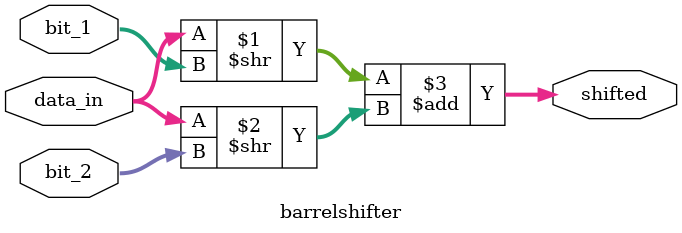
<source format=v>
module barrelshifter(data_in, bit_1, bit_2, shifted);
    input [15:0] data_in;
    input [3:0] bit_1;
    input [3:0] bit_2;
    output [15:0] shifted;

    assign shifted = (data_in >> bit_1) + (data_in >> bit_2);
endmodule
</source>
